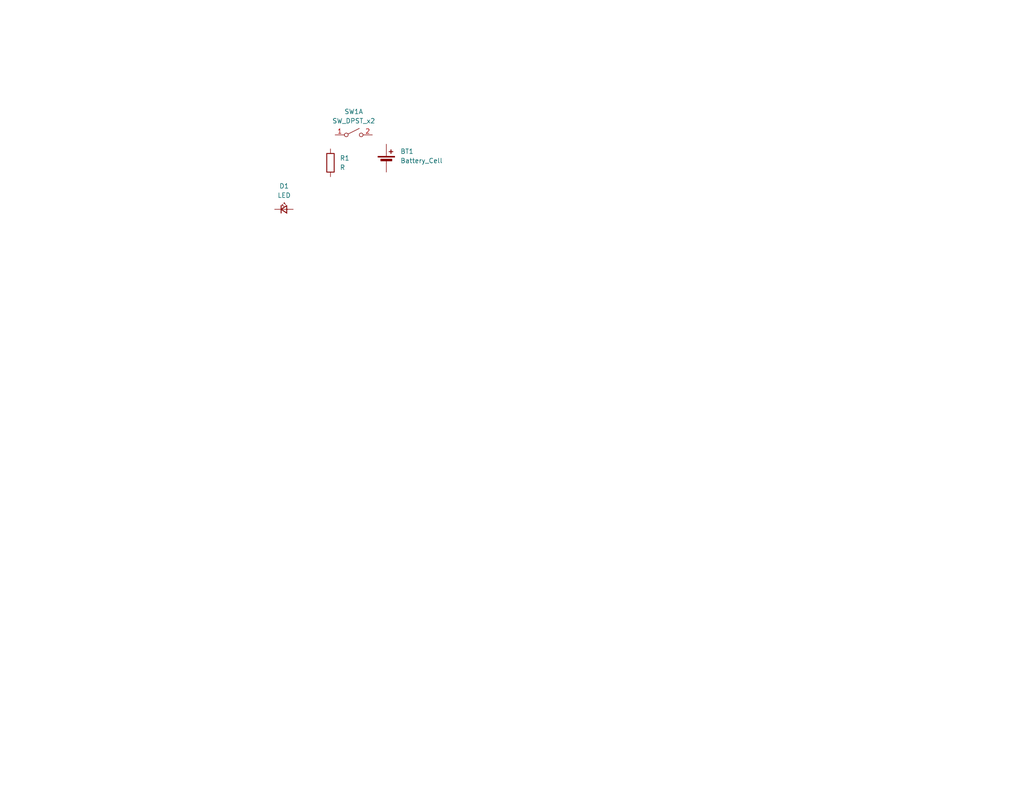
<source format=kicad_sch>
(kicad_sch (version 20250114) (generator "eeschema") (generator_version "9.0")
  (paper "USLetter")
  (title_block (title "Excercise") (date "2025-10-02") (rev "1") (company "MINTS-AI, UT Dallas") (comment 1 "Rittik Patra"))
  (lib_symbols
    (symbol "Device:Battery_Cell" (pin_numbers (hide yes)) (pin_names (offset 0) (hide yes))
      (property "Reference" "BT" (at 2.54 2.54 0))
      (property "Value" "Battery_Cell" (at 2.54 0 0))
      (symbol "Battery_Cell_0_1"
        (rectangle (start -2.286 1.778) (end 2.286 1.524) (fill (type outline)))
        (rectangle (start -1.524 1.016) (end 1.524 0.508) (fill (type outline)))
        (polyline (pts (xy 0 1.778) (xy 0 2.54)))
        (polyline (pts (xy 0 0.762) (xy 0 0)))
        (polyline (pts (xy 0.762 3.048) (xy 1.778 3.048)) (stroke (width 0.254)))
        (polyline (pts (xy 1.27 3.556) (xy 1.27 2.54)) (stroke (width 0.254)))
      )
      (symbol "Battery_Cell_1_1"
        (pin passive line (at 0 5.08 270) (length 2.54) (name "+") (number "1"))
        (pin passive line (at 0 -2.54 90) (length 2.54) (name "-") (number "2"))
      )
    )
    (symbol "Device:R" (pin_numbers (hide yes)) (pin_names (offset 0))
      (property "Reference" "R" (at 2.032 0 90))
      (property "Value" "R" (at 0 0 90))
      (symbol "R_0_1"
        (rectangle (start -1.016 -2.54) (end 1.016 2.54) (stroke (width 0.254)))
      )
      (symbol "R_1_1"
        (pin passive line (at 0 3.81 270) (length 1.27) (name "~") (number "1"))
        (pin passive line (at 0 -3.81 90) (length 1.27) (name "~") (number "2"))
      )
    )
    (symbol "SparkFun-LED:LED" (pin_numbers (hide yes)) (pin_names (offset 1.016) (hide yes))
      (property "Reference" "D" (at 0 2.54 0))
      (property "Value" "LED" (at 0 -2.54 0))
      (symbol "LED_0_1"
        (polyline (pts (xy -0.762 -1.016) (xy -0.762 1.016)) (stroke (width 0.254)))
        (polyline (pts (xy 0 0.762) (xy -0.508 1.27) (xy -0.254 1.27) (xy -0.508 1.27) (xy -0.508 1.016)))
        (polyline (pts (xy 0.508 1.27) (xy 0 1.778) (xy 0.254 1.778) (xy 0 1.778) (xy 0 1.524)))
        (polyline (pts (xy 0.762 -1.016) (xy -0.762 0) (xy 0.762 1.016) (xy 0.762 -1.016)) (stroke (width 0.254)))
        (polyline (pts (xy 1.016 0) (xy -0.762 0)))
      )
      (symbol "LED_1_1"
        (pin passive line (at -2.54 0 0) (length 1.778) (name "K") (number "1"))
        (pin passive line (at 2.54 0 180) (length 1.778) (name "A") (number "2"))
      )
    )
    (symbol "Switch:SW_DPST_x2" (pin_names (offset 0) (hide yes))
      (property "Reference" "SW" (at 0 3.175 0))
      (property "Value" "SW_DPST_x2" (at 0 -2.54 0))
      (symbol "SW_DPST_x2_0_0"
        (circle (center -2.032 0) (radius 0.508))
        (polyline (pts (xy -1.524 0.254) (xy 1.524 1.778)))
        (circle (center 2.032 0) (radius 0.508))
      )
      (symbol "SW_DPST_x2_1_1"
        (pin passive line (at -5.08 0 0) (length 2.54) (name "A") (number "1"))
        (pin passive line (at 5.08 0 180) (length 2.54) (name "B") (number "2"))
      )
      (symbol "SW_DPST_x2_2_1"
        (pin passive line (at -5.08 0 0) (length 2.54) (name "A") (number "3"))
        (pin passive line (at 5.08 0 180) (length 2.54) (name "B") (number "4"))
      )
    )
  )
  (symbol (lib_id "Switch:SW_DPST_x2") (at 96.52 36.83 0) (unit 1)
    (property "Reference" "SW1" (at 96.52 30.48 0))
    (property "Value" "SW_DPST_x2" (at 96.52 33.02 0))
    (property "Description" "Single Pole Single Throw (SPST) switch, separate symbol" (effects (hide yes)))
  )
  (symbol (lib_id "Device:R") (at 90.17 44.45 0) (unit 1)
    (property "Reference" "R1" (at 92.71 43.1799 0) (effects (justify left)))
    (property "Value" "R" (at 92.71 45.7199 0) (effects (justify left)))
    (property "Description" "Resistor" (effects (hide yes)))
  )
  (symbol (lib_id "SparkFun-LED:LED") (at 77.47 57.15 0) (unit 1)
    (property "Reference" "D1" (at 77.5335 50.8 0))
    (property "Value" "LED" (at 77.5335 53.34 0))
    (property "Footprint" "SparkFun-LED:LED_0603_1608Metric" (effects (hide yes)))
    (property "Description" "Light emitting diode" (effects (hide yes)))
    (property "PROD_ID" "LED-" (effects (hide yes)))
  )
  (symbol (lib_id "Device:Battery_Cell") (at 105.41 44.45 0) (unit 1)
    (property "Reference" "BT1" (at 109.22 41.3384 0) (effects (justify left)))
    (property "Value" "Battery_Cell" (at 109.22 43.8784 0) (effects (justify left)))
    (property "Description" "Single-cell battery" (effects (hide yes)))
  )
)
</source>
